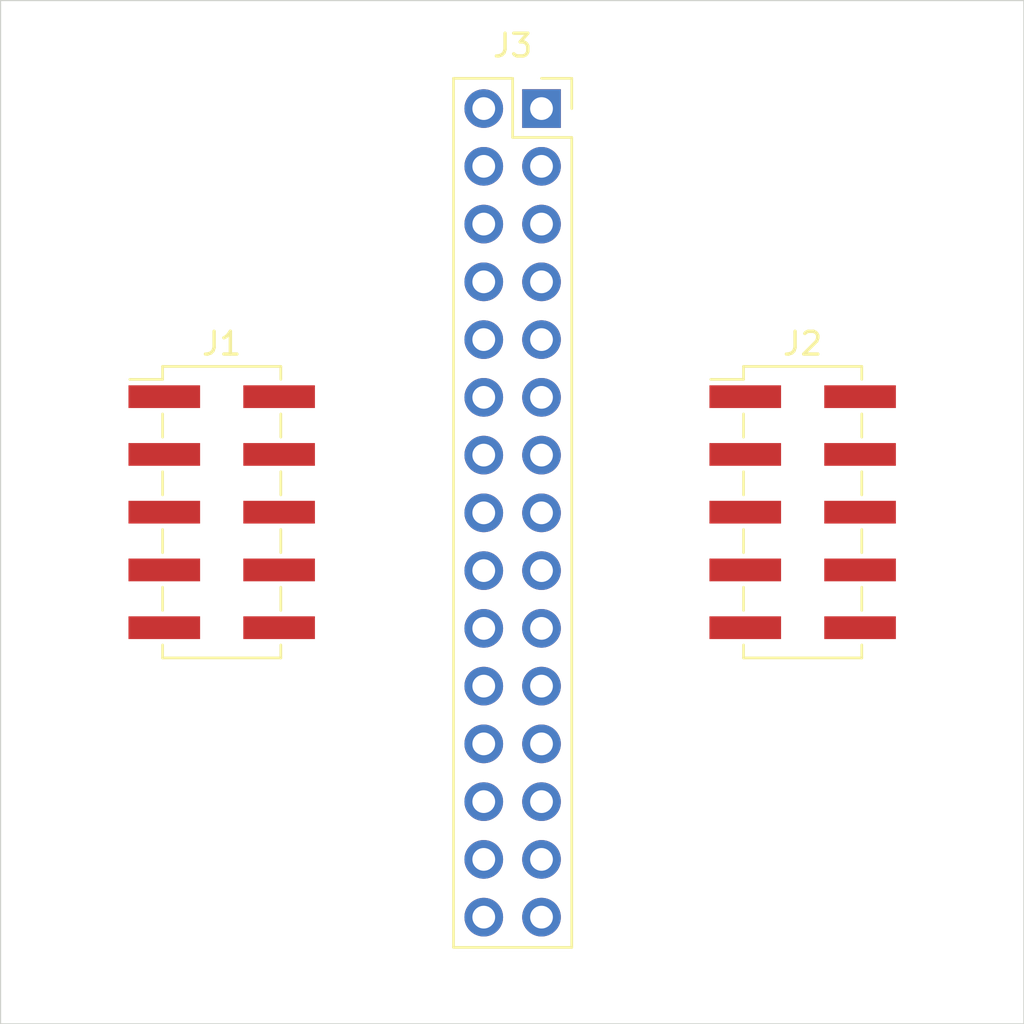
<source format=kicad_pcb>
(kicad_pcb (version 20171130) (host pcbnew 5.1.4-e60b266~84~ubuntu16.04.1)

  (general
    (thickness 1.6)
    (drawings 4)
    (tracks 0)
    (zones 0)
    (modules 3)
    (nets 17)
  )

  (page A4)
  (layers
    (0 F.Cu signal)
    (31 B.Cu signal)
    (34 B.Paste user)
    (35 F.Paste user)
    (36 B.SilkS user)
    (37 F.SilkS user)
    (38 B.Mask user)
    (39 F.Mask user)
    (44 Edge.Cuts user)
    (45 Margin user)
    (46 B.CrtYd user)
    (47 F.CrtYd user)
    (48 B.Fab user)
    (49 F.Fab user)
  )

  (setup
    (last_trace_width 0.25)
    (trace_clearance 0.2)
    (zone_clearance 0.508)
    (zone_45_only no)
    (trace_min 0.2)
    (via_size 0.8)
    (via_drill 0.4)
    (via_min_size 0.4)
    (via_min_drill 0.3)
    (uvia_size 0.3)
    (uvia_drill 0.1)
    (uvias_allowed no)
    (uvia_min_size 0.2)
    (uvia_min_drill 0.1)
    (edge_width 0.05)
    (segment_width 0.2)
    (pcb_text_width 0.3)
    (pcb_text_size 1.5 1.5)
    (mod_edge_width 0.12)
    (mod_text_size 1 1)
    (mod_text_width 0.15)
    (pad_size 1.524 1.524)
    (pad_drill 0.762)
    (pad_to_mask_clearance 0.051)
    (solder_mask_min_width 0.25)
    (aux_axis_origin 0 0)
    (visible_elements FFFFFF7F)
    (pcbplotparams
      (layerselection 0x010fc_ffffffff)
      (usegerberextensions false)
      (usegerberattributes false)
      (usegerberadvancedattributes false)
      (creategerberjobfile false)
      (excludeedgelayer true)
      (linewidth 0.100000)
      (plotframeref false)
      (viasonmask false)
      (mode 1)
      (useauxorigin false)
      (hpglpennumber 1)
      (hpglpenspeed 20)
      (hpglpendiameter 15.000000)
      (psnegative false)
      (psa4output false)
      (plotreference true)
      (plotvalue true)
      (plotinvisibletext false)
      (padsonsilk false)
      (subtractmaskfromsilk false)
      (outputformat 1)
      (mirror false)
      (drillshape 1)
      (scaleselection 1)
      (outputdirectory ""))
  )

  (net 0 "")
  (net 1 /5V)
  (net 2 /GND)
  (net 3 /RST)
  (net 4 /EN)
  (net 5 /D1)
  (net 6 /D0)
  (net 7 /D3)
  (net 8 /D2)
  (net 9 /LED2)
  (net 10 /SW2)
  (net 11 /LED1)
  (net 12 /SW3)
  (net 13 /SW1b)
  (net 14 /SW5)
  (net 15 /SW1a)
  (net 16 /SW4)

  (net_class Default "This is the default net class."
    (clearance 0.2)
    (trace_width 0.25)
    (via_dia 0.8)
    (via_drill 0.4)
    (uvia_dia 0.3)
    (uvia_drill 0.1)
    (add_net /5V)
    (add_net /D0)
    (add_net /D1)
    (add_net /D2)
    (add_net /D3)
    (add_net /EN)
    (add_net /GND)
    (add_net /LED1)
    (add_net /LED2)
    (add_net /RST)
    (add_net /SW1a)
    (add_net /SW1b)
    (add_net /SW2)
    (add_net /SW3)
    (add_net /SW4)
    (add_net /SW5)
    (add_net "Net-(J3-Pad12)")
    (add_net "Net-(J3-Pad14)")
    (add_net "Net-(J3-Pad16)")
    (add_net "Net-(J3-Pad18)")
    (add_net "Net-(J3-Pad19)")
    (add_net "Net-(J3-Pad21)")
    (add_net "Net-(J3-Pad23)")
    (add_net "Net-(J3-Pad29)")
    (add_net "Net-(J3-Pad3)")
    (add_net "Net-(J3-Pad5)")
    (add_net "Net-(J3-Pad7)")
    (add_net "Net-(J3-Pad9)")
  )

  (module Connector_PinSocket_2.54mm:PinSocket_2x15_P2.54mm_Vertical (layer F.Cu) (tedit 5A19A42E) (tstamp 5DF936F9)
    (at 103.29 85.5)
    (descr "Through hole straight socket strip, 2x15, 2.54mm pitch, double cols (from Kicad 4.0.7), script generated")
    (tags "Through hole socket strip THT 2x15 2.54mm double row")
    (path /5DF95190)
    (fp_text reference J3 (at -1.27 -2.77) (layer F.SilkS)
      (effects (font (size 1 1) (thickness 0.15)))
    )
    (fp_text value Conn_02x15_Odd_Even (at -1.27 38.33) (layer F.Fab)
      (effects (font (size 1 1) (thickness 0.15)))
    )
    (fp_line (start -3.81 -1.27) (end 0.27 -1.27) (layer F.Fab) (width 0.1))
    (fp_line (start 0.27 -1.27) (end 1.27 -0.27) (layer F.Fab) (width 0.1))
    (fp_line (start 1.27 -0.27) (end 1.27 36.83) (layer F.Fab) (width 0.1))
    (fp_line (start 1.27 36.83) (end -3.81 36.83) (layer F.Fab) (width 0.1))
    (fp_line (start -3.81 36.83) (end -3.81 -1.27) (layer F.Fab) (width 0.1))
    (fp_line (start -3.87 -1.33) (end -1.27 -1.33) (layer F.SilkS) (width 0.12))
    (fp_line (start -3.87 -1.33) (end -3.87 36.89) (layer F.SilkS) (width 0.12))
    (fp_line (start -3.87 36.89) (end 1.33 36.89) (layer F.SilkS) (width 0.12))
    (fp_line (start 1.33 1.27) (end 1.33 36.89) (layer F.SilkS) (width 0.12))
    (fp_line (start -1.27 1.27) (end 1.33 1.27) (layer F.SilkS) (width 0.12))
    (fp_line (start -1.27 -1.33) (end -1.27 1.27) (layer F.SilkS) (width 0.12))
    (fp_line (start 1.33 -1.33) (end 1.33 0) (layer F.SilkS) (width 0.12))
    (fp_line (start 0 -1.33) (end 1.33 -1.33) (layer F.SilkS) (width 0.12))
    (fp_line (start -4.34 -1.8) (end 1.76 -1.8) (layer F.CrtYd) (width 0.05))
    (fp_line (start 1.76 -1.8) (end 1.76 37.3) (layer F.CrtYd) (width 0.05))
    (fp_line (start 1.76 37.3) (end -4.34 37.3) (layer F.CrtYd) (width 0.05))
    (fp_line (start -4.34 37.3) (end -4.34 -1.8) (layer F.CrtYd) (width 0.05))
    (fp_text user %R (at -1.27 17.78 90) (layer F.Fab)
      (effects (font (size 1 1) (thickness 0.15)))
    )
    (pad 1 thru_hole rect (at 0 0) (size 1.7 1.7) (drill 1) (layers *.Cu *.Mask)
      (net 1 /5V))
    (pad 2 thru_hole oval (at -2.54 0) (size 1.7 1.7) (drill 1) (layers *.Cu *.Mask)
      (net 2 /GND))
    (pad 3 thru_hole oval (at 0 2.54) (size 1.7 1.7) (drill 1) (layers *.Cu *.Mask))
    (pad 4 thru_hole oval (at -2.54 2.54) (size 1.7 1.7) (drill 1) (layers *.Cu *.Mask)
      (net 11 /LED1))
    (pad 5 thru_hole oval (at 0 5.08) (size 1.7 1.7) (drill 1) (layers *.Cu *.Mask))
    (pad 6 thru_hole oval (at -2.54 5.08) (size 1.7 1.7) (drill 1) (layers *.Cu *.Mask)
      (net 9 /LED2))
    (pad 7 thru_hole oval (at 0 7.62) (size 1.7 1.7) (drill 1) (layers *.Cu *.Mask))
    (pad 8 thru_hole oval (at -2.54 7.62) (size 1.7 1.7) (drill 1) (layers *.Cu *.Mask)
      (net 15 /SW1a))
    (pad 9 thru_hole oval (at 0 10.16) (size 1.7 1.7) (drill 1) (layers *.Cu *.Mask))
    (pad 10 thru_hole oval (at -2.54 10.16) (size 1.7 1.7) (drill 1) (layers *.Cu *.Mask)
      (net 13 /SW1b))
    (pad 11 thru_hole oval (at 0 12.7) (size 1.7 1.7) (drill 1) (layers *.Cu *.Mask)
      (net 6 /D0))
    (pad 12 thru_hole oval (at -2.54 12.7) (size 1.7 1.7) (drill 1) (layers *.Cu *.Mask))
    (pad 13 thru_hole oval (at 0 15.24) (size 1.7 1.7) (drill 1) (layers *.Cu *.Mask)
      (net 5 /D1))
    (pad 14 thru_hole oval (at -2.54 15.24) (size 1.7 1.7) (drill 1) (layers *.Cu *.Mask))
    (pad 15 thru_hole oval (at 0 17.78) (size 1.7 1.7) (drill 1) (layers *.Cu *.Mask)
      (net 8 /D2))
    (pad 16 thru_hole oval (at -2.54 17.78) (size 1.7 1.7) (drill 1) (layers *.Cu *.Mask))
    (pad 17 thru_hole oval (at 0 20.32) (size 1.7 1.7) (drill 1) (layers *.Cu *.Mask)
      (net 7 /D3))
    (pad 18 thru_hole oval (at -2.54 20.32) (size 1.7 1.7) (drill 1) (layers *.Cu *.Mask))
    (pad 19 thru_hole oval (at 0 22.86) (size 1.7 1.7) (drill 1) (layers *.Cu *.Mask))
    (pad 20 thru_hole oval (at -2.54 22.86) (size 1.7 1.7) (drill 1) (layers *.Cu *.Mask)
      (net 10 /SW2))
    (pad 21 thru_hole oval (at 0 25.4) (size 1.7 1.7) (drill 1) (layers *.Cu *.Mask))
    (pad 22 thru_hole oval (at -2.54 25.4) (size 1.7 1.7) (drill 1) (layers *.Cu *.Mask)
      (net 12 /SW3))
    (pad 23 thru_hole oval (at 0 27.94) (size 1.7 1.7) (drill 1) (layers *.Cu *.Mask))
    (pad 24 thru_hole oval (at -2.54 27.94) (size 1.7 1.7) (drill 1) (layers *.Cu *.Mask)
      (net 16 /SW4))
    (pad 25 thru_hole oval (at 0 30.48) (size 1.7 1.7) (drill 1) (layers *.Cu *.Mask)
      (net 3 /RST))
    (pad 26 thru_hole oval (at -2.54 30.48) (size 1.7 1.7) (drill 1) (layers *.Cu *.Mask)
      (net 14 /SW5))
    (pad 27 thru_hole oval (at 0 33.02) (size 1.7 1.7) (drill 1) (layers *.Cu *.Mask)
      (net 4 /EN))
    (pad 28 thru_hole oval (at -2.54 33.02) (size 1.7 1.7) (drill 1) (layers *.Cu *.Mask)
      (net 2 /GND))
    (pad 29 thru_hole oval (at 0 35.56) (size 1.7 1.7) (drill 1) (layers *.Cu *.Mask))
    (pad 30 thru_hole oval (at -2.54 35.56) (size 1.7 1.7) (drill 1) (layers *.Cu *.Mask)
      (net 2 /GND))
    (model ${KISYS3DMOD}/Connector_PinSocket_2.54mm.3dshapes/PinSocket_2x15_P2.54mm_Vertical.wrl
      (at (xyz 0 0 0))
      (scale (xyz 1 1 1))
      (rotate (xyz 0 0 0))
    )
  )

  (module Connector_PinHeader_2.54mm:PinHeader_2x05_P2.54mm_Vertical_SMD (layer F.Cu) (tedit 59FED5CC) (tstamp 5DF936C5)
    (at 114.775 103.25)
    (descr "surface-mounted straight pin header, 2x05, 2.54mm pitch, double rows")
    (tags "Surface mounted pin header SMD 2x05 2.54mm double row")
    (path /5DF93079)
    (attr smd)
    (fp_text reference J2 (at 0 -7.41) (layer F.SilkS)
      (effects (font (size 1 1) (thickness 0.15)))
    )
    (fp_text value Conn_02x05_Odd_Even (at 0 7.41) (layer F.Fab)
      (effects (font (size 1 1) (thickness 0.15)))
    )
    (fp_line (start 2.54 6.35) (end -2.54 6.35) (layer F.Fab) (width 0.1))
    (fp_line (start -1.59 -6.35) (end 2.54 -6.35) (layer F.Fab) (width 0.1))
    (fp_line (start -2.54 6.35) (end -2.54 -5.4) (layer F.Fab) (width 0.1))
    (fp_line (start -2.54 -5.4) (end -1.59 -6.35) (layer F.Fab) (width 0.1))
    (fp_line (start 2.54 -6.35) (end 2.54 6.35) (layer F.Fab) (width 0.1))
    (fp_line (start -2.54 -5.4) (end -3.6 -5.4) (layer F.Fab) (width 0.1))
    (fp_line (start -3.6 -5.4) (end -3.6 -4.76) (layer F.Fab) (width 0.1))
    (fp_line (start -3.6 -4.76) (end -2.54 -4.76) (layer F.Fab) (width 0.1))
    (fp_line (start 2.54 -5.4) (end 3.6 -5.4) (layer F.Fab) (width 0.1))
    (fp_line (start 3.6 -5.4) (end 3.6 -4.76) (layer F.Fab) (width 0.1))
    (fp_line (start 3.6 -4.76) (end 2.54 -4.76) (layer F.Fab) (width 0.1))
    (fp_line (start -2.54 -2.86) (end -3.6 -2.86) (layer F.Fab) (width 0.1))
    (fp_line (start -3.6 -2.86) (end -3.6 -2.22) (layer F.Fab) (width 0.1))
    (fp_line (start -3.6 -2.22) (end -2.54 -2.22) (layer F.Fab) (width 0.1))
    (fp_line (start 2.54 -2.86) (end 3.6 -2.86) (layer F.Fab) (width 0.1))
    (fp_line (start 3.6 -2.86) (end 3.6 -2.22) (layer F.Fab) (width 0.1))
    (fp_line (start 3.6 -2.22) (end 2.54 -2.22) (layer F.Fab) (width 0.1))
    (fp_line (start -2.54 -0.32) (end -3.6 -0.32) (layer F.Fab) (width 0.1))
    (fp_line (start -3.6 -0.32) (end -3.6 0.32) (layer F.Fab) (width 0.1))
    (fp_line (start -3.6 0.32) (end -2.54 0.32) (layer F.Fab) (width 0.1))
    (fp_line (start 2.54 -0.32) (end 3.6 -0.32) (layer F.Fab) (width 0.1))
    (fp_line (start 3.6 -0.32) (end 3.6 0.32) (layer F.Fab) (width 0.1))
    (fp_line (start 3.6 0.32) (end 2.54 0.32) (layer F.Fab) (width 0.1))
    (fp_line (start -2.54 2.22) (end -3.6 2.22) (layer F.Fab) (width 0.1))
    (fp_line (start -3.6 2.22) (end -3.6 2.86) (layer F.Fab) (width 0.1))
    (fp_line (start -3.6 2.86) (end -2.54 2.86) (layer F.Fab) (width 0.1))
    (fp_line (start 2.54 2.22) (end 3.6 2.22) (layer F.Fab) (width 0.1))
    (fp_line (start 3.6 2.22) (end 3.6 2.86) (layer F.Fab) (width 0.1))
    (fp_line (start 3.6 2.86) (end 2.54 2.86) (layer F.Fab) (width 0.1))
    (fp_line (start -2.54 4.76) (end -3.6 4.76) (layer F.Fab) (width 0.1))
    (fp_line (start -3.6 4.76) (end -3.6 5.4) (layer F.Fab) (width 0.1))
    (fp_line (start -3.6 5.4) (end -2.54 5.4) (layer F.Fab) (width 0.1))
    (fp_line (start 2.54 4.76) (end 3.6 4.76) (layer F.Fab) (width 0.1))
    (fp_line (start 3.6 4.76) (end 3.6 5.4) (layer F.Fab) (width 0.1))
    (fp_line (start 3.6 5.4) (end 2.54 5.4) (layer F.Fab) (width 0.1))
    (fp_line (start -2.6 -6.41) (end 2.6 -6.41) (layer F.SilkS) (width 0.12))
    (fp_line (start -2.6 6.41) (end 2.6 6.41) (layer F.SilkS) (width 0.12))
    (fp_line (start -4.04 -5.84) (end -2.6 -5.84) (layer F.SilkS) (width 0.12))
    (fp_line (start -2.6 -6.41) (end -2.6 -5.84) (layer F.SilkS) (width 0.12))
    (fp_line (start 2.6 -6.41) (end 2.6 -5.84) (layer F.SilkS) (width 0.12))
    (fp_line (start -2.6 5.84) (end -2.6 6.41) (layer F.SilkS) (width 0.12))
    (fp_line (start 2.6 5.84) (end 2.6 6.41) (layer F.SilkS) (width 0.12))
    (fp_line (start -2.6 -4.32) (end -2.6 -3.3) (layer F.SilkS) (width 0.12))
    (fp_line (start 2.6 -4.32) (end 2.6 -3.3) (layer F.SilkS) (width 0.12))
    (fp_line (start -2.6 -1.78) (end -2.6 -0.76) (layer F.SilkS) (width 0.12))
    (fp_line (start 2.6 -1.78) (end 2.6 -0.76) (layer F.SilkS) (width 0.12))
    (fp_line (start -2.6 0.76) (end -2.6 1.78) (layer F.SilkS) (width 0.12))
    (fp_line (start 2.6 0.76) (end 2.6 1.78) (layer F.SilkS) (width 0.12))
    (fp_line (start -2.6 3.3) (end -2.6 4.32) (layer F.SilkS) (width 0.12))
    (fp_line (start 2.6 3.3) (end 2.6 4.32) (layer F.SilkS) (width 0.12))
    (fp_line (start -5.9 -6.85) (end -5.9 6.85) (layer F.CrtYd) (width 0.05))
    (fp_line (start -5.9 6.85) (end 5.9 6.85) (layer F.CrtYd) (width 0.05))
    (fp_line (start 5.9 6.85) (end 5.9 -6.85) (layer F.CrtYd) (width 0.05))
    (fp_line (start 5.9 -6.85) (end -5.9 -6.85) (layer F.CrtYd) (width 0.05))
    (fp_text user %R (at 0 0 90) (layer F.Fab)
      (effects (font (size 1 1) (thickness 0.15)))
    )
    (pad 1 smd rect (at -2.525 -5.08) (size 3.15 1) (layers F.Cu F.Paste F.Mask)
      (net 16 /SW4))
    (pad 2 smd rect (at 2.525 -5.08) (size 3.15 1) (layers F.Cu F.Paste F.Mask)
      (net 15 /SW1a))
    (pad 3 smd rect (at -2.525 -2.54) (size 3.15 1) (layers F.Cu F.Paste F.Mask)
      (net 14 /SW5))
    (pad 4 smd rect (at 2.525 -2.54) (size 3.15 1) (layers F.Cu F.Paste F.Mask)
      (net 13 /SW1b))
    (pad 5 smd rect (at -2.525 0) (size 3.15 1) (layers F.Cu F.Paste F.Mask)
      (net 12 /SW3))
    (pad 6 smd rect (at 2.525 0) (size 3.15 1) (layers F.Cu F.Paste F.Mask)
      (net 11 /LED1))
    (pad 7 smd rect (at -2.525 2.54) (size 3.15 1) (layers F.Cu F.Paste F.Mask)
      (net 10 /SW2))
    (pad 8 smd rect (at 2.525 2.54) (size 3.15 1) (layers F.Cu F.Paste F.Mask)
      (net 9 /LED2))
    (pad 9 smd rect (at -2.525 5.08) (size 3.15 1) (layers F.Cu F.Paste F.Mask))
    (pad 10 smd rect (at 2.525 5.08) (size 3.15 1) (layers F.Cu F.Paste F.Mask)
      (net 2 /GND))
    (model ${KISYS3DMOD}/Connector_PinHeader_2.54mm.3dshapes/PinHeader_2x05_P2.54mm_Vertical_SMD.wrl
      (at (xyz 0 0 0))
      (scale (xyz 1 1 1))
      (rotate (xyz 0 0 0))
    )
  )

  (module Connector_PinHeader_2.54mm:PinHeader_2x05_P2.54mm_Vertical_SMD (layer F.Cu) (tedit 59FED5CC) (tstamp 5DF938C7)
    (at 89.225 103.25)
    (descr "surface-mounted straight pin header, 2x05, 2.54mm pitch, double rows")
    (tags "Surface mounted pin header SMD 2x05 2.54mm double row")
    (path /5DF92636)
    (attr smd)
    (fp_text reference J1 (at 0 -7.41) (layer F.SilkS)
      (effects (font (size 1 1) (thickness 0.15)))
    )
    (fp_text value Conn_02x05_Odd_Even (at 0 7.41) (layer F.Fab)
      (effects (font (size 1 1) (thickness 0.15)))
    )
    (fp_line (start 2.54 6.35) (end -2.54 6.35) (layer F.Fab) (width 0.1))
    (fp_line (start -1.59 -6.35) (end 2.54 -6.35) (layer F.Fab) (width 0.1))
    (fp_line (start -2.54 6.35) (end -2.54 -5.4) (layer F.Fab) (width 0.1))
    (fp_line (start -2.54 -5.4) (end -1.59 -6.35) (layer F.Fab) (width 0.1))
    (fp_line (start 2.54 -6.35) (end 2.54 6.35) (layer F.Fab) (width 0.1))
    (fp_line (start -2.54 -5.4) (end -3.6 -5.4) (layer F.Fab) (width 0.1))
    (fp_line (start -3.6 -5.4) (end -3.6 -4.76) (layer F.Fab) (width 0.1))
    (fp_line (start -3.6 -4.76) (end -2.54 -4.76) (layer F.Fab) (width 0.1))
    (fp_line (start 2.54 -5.4) (end 3.6 -5.4) (layer F.Fab) (width 0.1))
    (fp_line (start 3.6 -5.4) (end 3.6 -4.76) (layer F.Fab) (width 0.1))
    (fp_line (start 3.6 -4.76) (end 2.54 -4.76) (layer F.Fab) (width 0.1))
    (fp_line (start -2.54 -2.86) (end -3.6 -2.86) (layer F.Fab) (width 0.1))
    (fp_line (start -3.6 -2.86) (end -3.6 -2.22) (layer F.Fab) (width 0.1))
    (fp_line (start -3.6 -2.22) (end -2.54 -2.22) (layer F.Fab) (width 0.1))
    (fp_line (start 2.54 -2.86) (end 3.6 -2.86) (layer F.Fab) (width 0.1))
    (fp_line (start 3.6 -2.86) (end 3.6 -2.22) (layer F.Fab) (width 0.1))
    (fp_line (start 3.6 -2.22) (end 2.54 -2.22) (layer F.Fab) (width 0.1))
    (fp_line (start -2.54 -0.32) (end -3.6 -0.32) (layer F.Fab) (width 0.1))
    (fp_line (start -3.6 -0.32) (end -3.6 0.32) (layer F.Fab) (width 0.1))
    (fp_line (start -3.6 0.32) (end -2.54 0.32) (layer F.Fab) (width 0.1))
    (fp_line (start 2.54 -0.32) (end 3.6 -0.32) (layer F.Fab) (width 0.1))
    (fp_line (start 3.6 -0.32) (end 3.6 0.32) (layer F.Fab) (width 0.1))
    (fp_line (start 3.6 0.32) (end 2.54 0.32) (layer F.Fab) (width 0.1))
    (fp_line (start -2.54 2.22) (end -3.6 2.22) (layer F.Fab) (width 0.1))
    (fp_line (start -3.6 2.22) (end -3.6 2.86) (layer F.Fab) (width 0.1))
    (fp_line (start -3.6 2.86) (end -2.54 2.86) (layer F.Fab) (width 0.1))
    (fp_line (start 2.54 2.22) (end 3.6 2.22) (layer F.Fab) (width 0.1))
    (fp_line (start 3.6 2.22) (end 3.6 2.86) (layer F.Fab) (width 0.1))
    (fp_line (start 3.6 2.86) (end 2.54 2.86) (layer F.Fab) (width 0.1))
    (fp_line (start -2.54 4.76) (end -3.6 4.76) (layer F.Fab) (width 0.1))
    (fp_line (start -3.6 4.76) (end -3.6 5.4) (layer F.Fab) (width 0.1))
    (fp_line (start -3.6 5.4) (end -2.54 5.4) (layer F.Fab) (width 0.1))
    (fp_line (start 2.54 4.76) (end 3.6 4.76) (layer F.Fab) (width 0.1))
    (fp_line (start 3.6 4.76) (end 3.6 5.4) (layer F.Fab) (width 0.1))
    (fp_line (start 3.6 5.4) (end 2.54 5.4) (layer F.Fab) (width 0.1))
    (fp_line (start -2.6 -6.41) (end 2.6 -6.41) (layer F.SilkS) (width 0.12))
    (fp_line (start -2.6 6.41) (end 2.6 6.41) (layer F.SilkS) (width 0.12))
    (fp_line (start -4.04 -5.84) (end -2.6 -5.84) (layer F.SilkS) (width 0.12))
    (fp_line (start -2.6 -6.41) (end -2.6 -5.84) (layer F.SilkS) (width 0.12))
    (fp_line (start 2.6 -6.41) (end 2.6 -5.84) (layer F.SilkS) (width 0.12))
    (fp_line (start -2.6 5.84) (end -2.6 6.41) (layer F.SilkS) (width 0.12))
    (fp_line (start 2.6 5.84) (end 2.6 6.41) (layer F.SilkS) (width 0.12))
    (fp_line (start -2.6 -4.32) (end -2.6 -3.3) (layer F.SilkS) (width 0.12))
    (fp_line (start 2.6 -4.32) (end 2.6 -3.3) (layer F.SilkS) (width 0.12))
    (fp_line (start -2.6 -1.78) (end -2.6 -0.76) (layer F.SilkS) (width 0.12))
    (fp_line (start 2.6 -1.78) (end 2.6 -0.76) (layer F.SilkS) (width 0.12))
    (fp_line (start -2.6 0.76) (end -2.6 1.78) (layer F.SilkS) (width 0.12))
    (fp_line (start 2.6 0.76) (end 2.6 1.78) (layer F.SilkS) (width 0.12))
    (fp_line (start -2.6 3.3) (end -2.6 4.32) (layer F.SilkS) (width 0.12))
    (fp_line (start 2.6 3.3) (end 2.6 4.32) (layer F.SilkS) (width 0.12))
    (fp_line (start -5.9 -6.85) (end -5.9 6.85) (layer F.CrtYd) (width 0.05))
    (fp_line (start -5.9 6.85) (end 5.9 6.85) (layer F.CrtYd) (width 0.05))
    (fp_line (start 5.9 6.85) (end 5.9 -6.85) (layer F.CrtYd) (width 0.05))
    (fp_line (start 5.9 -6.85) (end -5.9 -6.85) (layer F.CrtYd) (width 0.05))
    (fp_text user %R (at 0 0 90) (layer F.Fab)
      (effects (font (size 1 1) (thickness 0.15)))
    )
    (pad 1 smd rect (at -2.525 -5.08) (size 3.15 1) (layers F.Cu F.Paste F.Mask)
      (net 8 /D2))
    (pad 2 smd rect (at 2.525 -5.08) (size 3.15 1) (layers F.Cu F.Paste F.Mask)
      (net 7 /D3))
    (pad 3 smd rect (at -2.525 -2.54) (size 3.15 1) (layers F.Cu F.Paste F.Mask)
      (net 6 /D0))
    (pad 4 smd rect (at 2.525 -2.54) (size 3.15 1) (layers F.Cu F.Paste F.Mask)
      (net 5 /D1))
    (pad 5 smd rect (at -2.525 0) (size 3.15 1) (layers F.Cu F.Paste F.Mask)
      (net 4 /EN))
    (pad 6 smd rect (at 2.525 0) (size 3.15 1) (layers F.Cu F.Paste F.Mask)
      (net 3 /RST))
    (pad 7 smd rect (at -2.525 2.54) (size 3.15 1) (layers F.Cu F.Paste F.Mask)
      (net 2 /GND))
    (pad 8 smd rect (at 2.525 2.54) (size 3.15 1) (layers F.Cu F.Paste F.Mask)
      (net 2 /GND))
    (pad 9 smd rect (at -2.525 5.08) (size 3.15 1) (layers F.Cu F.Paste F.Mask))
    (pad 10 smd rect (at 2.525 5.08) (size 3.15 1) (layers F.Cu F.Paste F.Mask)
      (net 1 /5V))
    (model ${KISYS3DMOD}/Connector_PinHeader_2.54mm.3dshapes/PinHeader_2x05_P2.54mm_Vertical_SMD.wrl
      (at (xyz 0 0 0))
      (scale (xyz 1 1 1))
      (rotate (xyz 0 0 0))
    )
  )

  (gr_line (start 124.5 125.75) (end 79.5 125.75) (layer Edge.Cuts) (width 0.05))
  (gr_line (start 124.5 80.75) (end 124.5 125.75) (layer Edge.Cuts) (width 0.05))
  (gr_line (start 79.5 80.75) (end 124.5 80.75) (layer Edge.Cuts) (width 0.05))
  (gr_line (start 79.5 125.75) (end 79.5 80.75) (layer Edge.Cuts) (width 0.05))

)

</source>
